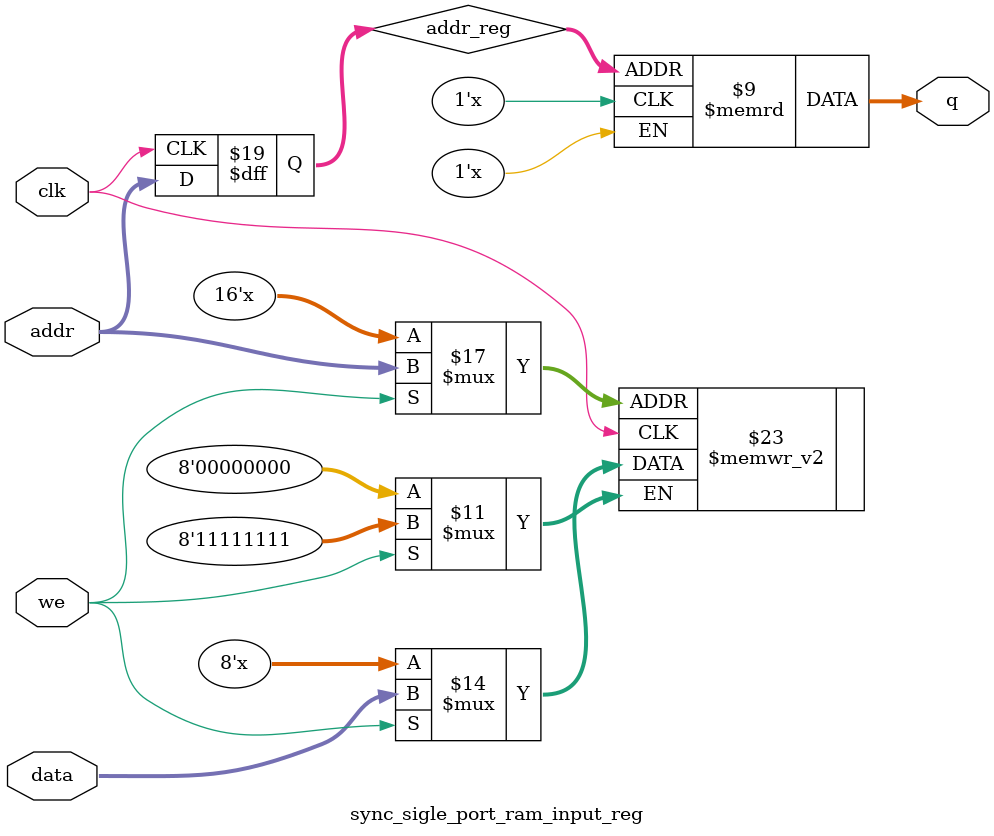
<source format=v>
/* synchronous memory - Register Input - Single port */
module sync_sigle_port_ram_input_reg (
	input [7:0] data,
	input [15:0] addr,
	input we, clk,
	output [7:0] q
);

reg [7:0] ram[0:65535];
reg [15:0] addr_reg;

always @ (posedge clk) begin
	if (we)
		ram[addr] <= data;
	addr_reg <= addr;
end

assign q = ram[addr_reg];

endmodule

</source>
